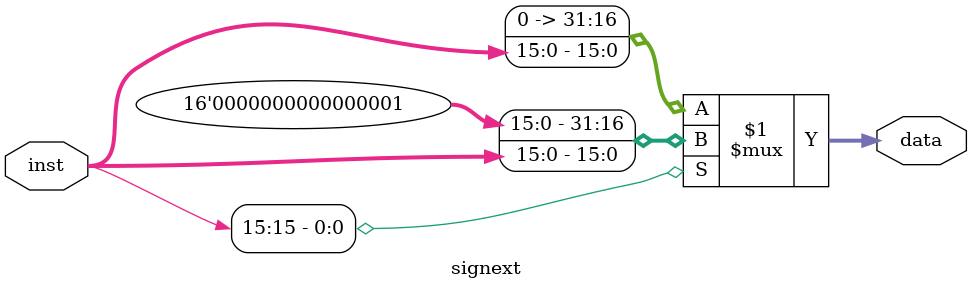
<source format=v>
module signext(inst, data);

input [15:0] inst;
output [31:0] data;

assign data = inst[15]?{16'b1, inst[15:0]}:{16'b0, inst[15:0]};
//sign number extend
endmodule

</source>
